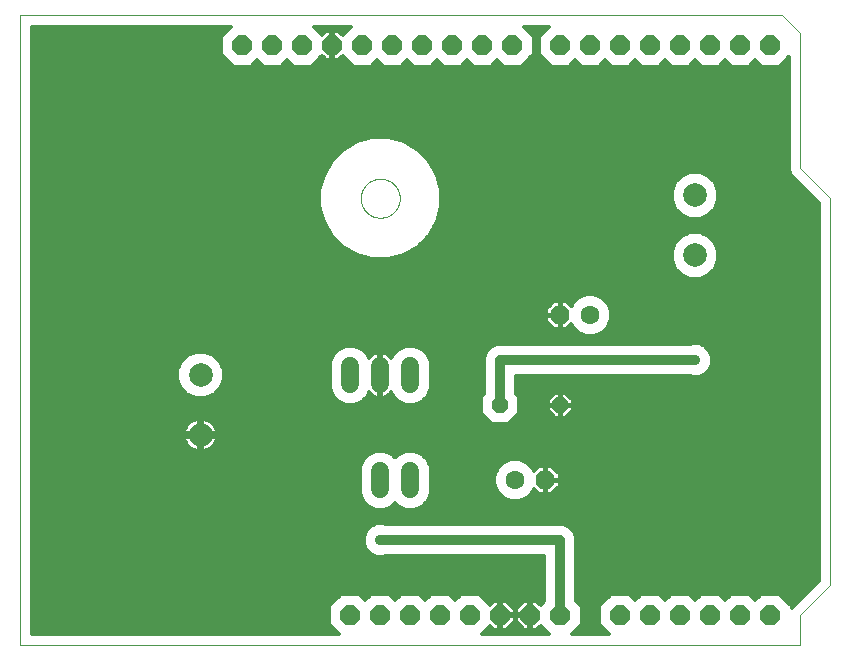
<source format=gbl>
G75*
%MOIN*%
%OFA0B0*%
%FSLAX25Y25*%
%IPPOS*%
%LPD*%
%AMOC8*
5,1,8,0,0,1.08239X$1,22.5*
%
%ADD10OC8,0.05200*%
%ADD11OC8,0.06300*%
%ADD12C,0.06300*%
%ADD13C,0.06000*%
%ADD14C,0.00000*%
%ADD15OC8,0.06600*%
%ADD16C,0.07874*%
%ADD17C,0.03562*%
%ADD18C,0.03200*%
%ADD19C,0.01200*%
D10*
X0165000Y0085000D03*
X0185000Y0085000D03*
D11*
X0180000Y0060000D03*
X0185000Y0115000D03*
D12*
X0195000Y0115000D03*
X0170000Y0060000D03*
D13*
X0135000Y0057000D02*
X0135000Y0063000D01*
X0125000Y0063000D02*
X0125000Y0057000D01*
X0125000Y0092000D02*
X0125000Y0098000D01*
X0135000Y0098000D02*
X0135000Y0092000D01*
X0115000Y0092000D02*
X0115000Y0098000D01*
D14*
X0005000Y0005000D02*
X0005000Y0215000D01*
X0259000Y0215000D01*
X0265000Y0209000D01*
X0265000Y0164000D01*
X0275000Y0154000D01*
X0275000Y0025000D01*
X0265000Y0015000D01*
X0265000Y0005000D01*
X0005000Y0005000D01*
X0118500Y0154000D02*
X0118502Y0154161D01*
X0118508Y0154321D01*
X0118518Y0154482D01*
X0118532Y0154642D01*
X0118550Y0154802D01*
X0118571Y0154961D01*
X0118597Y0155120D01*
X0118627Y0155278D01*
X0118660Y0155435D01*
X0118698Y0155592D01*
X0118739Y0155747D01*
X0118784Y0155901D01*
X0118833Y0156054D01*
X0118886Y0156206D01*
X0118942Y0156357D01*
X0119003Y0156506D01*
X0119066Y0156654D01*
X0119134Y0156800D01*
X0119205Y0156944D01*
X0119279Y0157086D01*
X0119357Y0157227D01*
X0119439Y0157365D01*
X0119524Y0157502D01*
X0119612Y0157636D01*
X0119704Y0157768D01*
X0119799Y0157898D01*
X0119897Y0158026D01*
X0119998Y0158151D01*
X0120102Y0158273D01*
X0120209Y0158393D01*
X0120319Y0158510D01*
X0120432Y0158625D01*
X0120548Y0158736D01*
X0120667Y0158845D01*
X0120788Y0158950D01*
X0120912Y0159053D01*
X0121038Y0159153D01*
X0121166Y0159249D01*
X0121297Y0159342D01*
X0121431Y0159432D01*
X0121566Y0159519D01*
X0121704Y0159602D01*
X0121843Y0159682D01*
X0121985Y0159758D01*
X0122128Y0159831D01*
X0122273Y0159900D01*
X0122420Y0159966D01*
X0122568Y0160028D01*
X0122718Y0160086D01*
X0122869Y0160141D01*
X0123022Y0160192D01*
X0123176Y0160239D01*
X0123331Y0160282D01*
X0123487Y0160321D01*
X0123643Y0160357D01*
X0123801Y0160388D01*
X0123959Y0160416D01*
X0124118Y0160440D01*
X0124278Y0160460D01*
X0124438Y0160476D01*
X0124598Y0160488D01*
X0124759Y0160496D01*
X0124920Y0160500D01*
X0125080Y0160500D01*
X0125241Y0160496D01*
X0125402Y0160488D01*
X0125562Y0160476D01*
X0125722Y0160460D01*
X0125882Y0160440D01*
X0126041Y0160416D01*
X0126199Y0160388D01*
X0126357Y0160357D01*
X0126513Y0160321D01*
X0126669Y0160282D01*
X0126824Y0160239D01*
X0126978Y0160192D01*
X0127131Y0160141D01*
X0127282Y0160086D01*
X0127432Y0160028D01*
X0127580Y0159966D01*
X0127727Y0159900D01*
X0127872Y0159831D01*
X0128015Y0159758D01*
X0128157Y0159682D01*
X0128296Y0159602D01*
X0128434Y0159519D01*
X0128569Y0159432D01*
X0128703Y0159342D01*
X0128834Y0159249D01*
X0128962Y0159153D01*
X0129088Y0159053D01*
X0129212Y0158950D01*
X0129333Y0158845D01*
X0129452Y0158736D01*
X0129568Y0158625D01*
X0129681Y0158510D01*
X0129791Y0158393D01*
X0129898Y0158273D01*
X0130002Y0158151D01*
X0130103Y0158026D01*
X0130201Y0157898D01*
X0130296Y0157768D01*
X0130388Y0157636D01*
X0130476Y0157502D01*
X0130561Y0157365D01*
X0130643Y0157227D01*
X0130721Y0157086D01*
X0130795Y0156944D01*
X0130866Y0156800D01*
X0130934Y0156654D01*
X0130997Y0156506D01*
X0131058Y0156357D01*
X0131114Y0156206D01*
X0131167Y0156054D01*
X0131216Y0155901D01*
X0131261Y0155747D01*
X0131302Y0155592D01*
X0131340Y0155435D01*
X0131373Y0155278D01*
X0131403Y0155120D01*
X0131429Y0154961D01*
X0131450Y0154802D01*
X0131468Y0154642D01*
X0131482Y0154482D01*
X0131492Y0154321D01*
X0131498Y0154161D01*
X0131500Y0154000D01*
X0131498Y0153839D01*
X0131492Y0153679D01*
X0131482Y0153518D01*
X0131468Y0153358D01*
X0131450Y0153198D01*
X0131429Y0153039D01*
X0131403Y0152880D01*
X0131373Y0152722D01*
X0131340Y0152565D01*
X0131302Y0152408D01*
X0131261Y0152253D01*
X0131216Y0152099D01*
X0131167Y0151946D01*
X0131114Y0151794D01*
X0131058Y0151643D01*
X0130997Y0151494D01*
X0130934Y0151346D01*
X0130866Y0151200D01*
X0130795Y0151056D01*
X0130721Y0150914D01*
X0130643Y0150773D01*
X0130561Y0150635D01*
X0130476Y0150498D01*
X0130388Y0150364D01*
X0130296Y0150232D01*
X0130201Y0150102D01*
X0130103Y0149974D01*
X0130002Y0149849D01*
X0129898Y0149727D01*
X0129791Y0149607D01*
X0129681Y0149490D01*
X0129568Y0149375D01*
X0129452Y0149264D01*
X0129333Y0149155D01*
X0129212Y0149050D01*
X0129088Y0148947D01*
X0128962Y0148847D01*
X0128834Y0148751D01*
X0128703Y0148658D01*
X0128569Y0148568D01*
X0128434Y0148481D01*
X0128296Y0148398D01*
X0128157Y0148318D01*
X0128015Y0148242D01*
X0127872Y0148169D01*
X0127727Y0148100D01*
X0127580Y0148034D01*
X0127432Y0147972D01*
X0127282Y0147914D01*
X0127131Y0147859D01*
X0126978Y0147808D01*
X0126824Y0147761D01*
X0126669Y0147718D01*
X0126513Y0147679D01*
X0126357Y0147643D01*
X0126199Y0147612D01*
X0126041Y0147584D01*
X0125882Y0147560D01*
X0125722Y0147540D01*
X0125562Y0147524D01*
X0125402Y0147512D01*
X0125241Y0147504D01*
X0125080Y0147500D01*
X0124920Y0147500D01*
X0124759Y0147504D01*
X0124598Y0147512D01*
X0124438Y0147524D01*
X0124278Y0147540D01*
X0124118Y0147560D01*
X0123959Y0147584D01*
X0123801Y0147612D01*
X0123643Y0147643D01*
X0123487Y0147679D01*
X0123331Y0147718D01*
X0123176Y0147761D01*
X0123022Y0147808D01*
X0122869Y0147859D01*
X0122718Y0147914D01*
X0122568Y0147972D01*
X0122420Y0148034D01*
X0122273Y0148100D01*
X0122128Y0148169D01*
X0121985Y0148242D01*
X0121843Y0148318D01*
X0121704Y0148398D01*
X0121566Y0148481D01*
X0121431Y0148568D01*
X0121297Y0148658D01*
X0121166Y0148751D01*
X0121038Y0148847D01*
X0120912Y0148947D01*
X0120788Y0149050D01*
X0120667Y0149155D01*
X0120548Y0149264D01*
X0120432Y0149375D01*
X0120319Y0149490D01*
X0120209Y0149607D01*
X0120102Y0149727D01*
X0119998Y0149849D01*
X0119897Y0149974D01*
X0119799Y0150102D01*
X0119704Y0150232D01*
X0119612Y0150364D01*
X0119524Y0150498D01*
X0119439Y0150635D01*
X0119357Y0150773D01*
X0119279Y0150914D01*
X0119205Y0151056D01*
X0119134Y0151200D01*
X0119066Y0151346D01*
X0119003Y0151494D01*
X0118942Y0151643D01*
X0118886Y0151794D01*
X0118833Y0151946D01*
X0118784Y0152099D01*
X0118739Y0152253D01*
X0118698Y0152408D01*
X0118660Y0152565D01*
X0118627Y0152722D01*
X0118597Y0152880D01*
X0118571Y0153039D01*
X0118550Y0153198D01*
X0118532Y0153358D01*
X0118518Y0153518D01*
X0118508Y0153679D01*
X0118502Y0153839D01*
X0118500Y0154000D01*
D15*
X0119000Y0205000D03*
X0129000Y0205000D03*
X0139000Y0205000D03*
X0149000Y0205000D03*
X0159000Y0205000D03*
X0169000Y0205000D03*
X0185000Y0205000D03*
X0195000Y0205000D03*
X0205000Y0205000D03*
X0215000Y0205000D03*
X0225000Y0205000D03*
X0235000Y0205000D03*
X0245000Y0205000D03*
X0255000Y0205000D03*
X0109000Y0205000D03*
X0099000Y0205000D03*
X0089000Y0205000D03*
X0079000Y0205000D03*
X0115000Y0015000D03*
X0125000Y0015000D03*
X0135000Y0015000D03*
X0145000Y0015000D03*
X0155000Y0015000D03*
X0165000Y0015000D03*
X0175000Y0015000D03*
X0185000Y0015000D03*
X0205000Y0015000D03*
X0215000Y0015000D03*
X0225000Y0015000D03*
X0235000Y0015000D03*
X0245000Y0015000D03*
X0255000Y0015000D03*
D16*
X0229902Y0134917D03*
X0229902Y0154917D03*
X0065098Y0095083D03*
X0065098Y0075083D03*
D17*
X0125000Y0040000D03*
X0230000Y0100000D03*
D18*
X0165000Y0100000D01*
X0165000Y0085000D01*
X0185000Y0040000D02*
X0125000Y0040000D01*
X0185000Y0040000D02*
X0185000Y0015000D01*
D19*
X0179600Y0019641D02*
X0178444Y0018485D01*
X0177030Y0019900D01*
X0175384Y0019900D01*
X0175384Y0015384D01*
X0174616Y0015384D01*
X0174616Y0014616D01*
X0175384Y0014616D01*
X0175384Y0010100D01*
X0177030Y0010100D01*
X0178444Y0011515D01*
X0181159Y0008800D01*
X0158841Y0008800D01*
X0161556Y0011515D01*
X0162970Y0010100D01*
X0164616Y0010100D01*
X0164616Y0014616D01*
X0165384Y0014616D01*
X0165384Y0010100D01*
X0167030Y0010100D01*
X0169900Y0012970D01*
X0169900Y0014616D01*
X0165384Y0014616D01*
X0165384Y0015384D01*
X0164616Y0015384D01*
X0164616Y0019900D01*
X0162970Y0019900D01*
X0161556Y0018485D01*
X0157941Y0022100D01*
X0152059Y0022100D01*
X0150000Y0020041D01*
X0147941Y0022100D01*
X0142059Y0022100D01*
X0140000Y0020041D01*
X0137941Y0022100D01*
X0132059Y0022100D01*
X0130000Y0020041D01*
X0127941Y0022100D01*
X0122059Y0022100D01*
X0120000Y0020041D01*
X0117941Y0022100D01*
X0112059Y0022100D01*
X0107900Y0017941D01*
X0107900Y0012059D01*
X0111159Y0008800D01*
X0008800Y0008800D01*
X0008800Y0211200D01*
X0075159Y0211200D01*
X0071900Y0207941D01*
X0071900Y0202059D01*
X0076059Y0197900D01*
X0081941Y0197900D01*
X0084000Y0199959D01*
X0086059Y0197900D01*
X0091941Y0197900D01*
X0094000Y0199959D01*
X0096059Y0197900D01*
X0101941Y0197900D01*
X0105556Y0201515D01*
X0106970Y0200100D01*
X0108616Y0200100D01*
X0108616Y0204616D01*
X0109384Y0204616D01*
X0109384Y0200100D01*
X0111030Y0200100D01*
X0112444Y0201515D01*
X0116059Y0197900D01*
X0121941Y0197900D01*
X0124000Y0199959D01*
X0126059Y0197900D01*
X0131941Y0197900D01*
X0134000Y0199959D01*
X0136059Y0197900D01*
X0141941Y0197900D01*
X0144000Y0199959D01*
X0146059Y0197900D01*
X0151941Y0197900D01*
X0154000Y0199959D01*
X0156059Y0197900D01*
X0161941Y0197900D01*
X0164000Y0199959D01*
X0166059Y0197900D01*
X0171941Y0197900D01*
X0176100Y0202059D01*
X0176100Y0207941D01*
X0172841Y0211200D01*
X0181159Y0211200D01*
X0177900Y0207941D01*
X0177900Y0202059D01*
X0182059Y0197900D01*
X0187941Y0197900D01*
X0190000Y0199959D01*
X0192059Y0197900D01*
X0197941Y0197900D01*
X0200000Y0199959D01*
X0202059Y0197900D01*
X0207941Y0197900D01*
X0210000Y0199959D01*
X0212059Y0197900D01*
X0217941Y0197900D01*
X0220000Y0199959D01*
X0222059Y0197900D01*
X0227941Y0197900D01*
X0230000Y0199959D01*
X0232059Y0197900D01*
X0237941Y0197900D01*
X0240000Y0199959D01*
X0242059Y0197900D01*
X0247941Y0197900D01*
X0250000Y0199959D01*
X0252059Y0197900D01*
X0257941Y0197900D01*
X0261200Y0201159D01*
X0261200Y0163244D01*
X0261779Y0161847D01*
X0262847Y0160779D01*
X0271200Y0152426D01*
X0271200Y0026574D01*
X0262100Y0017474D01*
X0262100Y0017941D01*
X0257941Y0022100D01*
X0252059Y0022100D01*
X0250000Y0020041D01*
X0247941Y0022100D01*
X0242059Y0022100D01*
X0240000Y0020041D01*
X0237941Y0022100D01*
X0232059Y0022100D01*
X0230000Y0020041D01*
X0227941Y0022100D01*
X0222059Y0022100D01*
X0220000Y0020041D01*
X0217941Y0022100D01*
X0212059Y0022100D01*
X0210000Y0020041D01*
X0207941Y0022100D01*
X0202059Y0022100D01*
X0197900Y0017941D01*
X0197900Y0012059D01*
X0201159Y0008800D01*
X0188841Y0008800D01*
X0192100Y0012059D01*
X0192100Y0017941D01*
X0190400Y0019641D01*
X0190400Y0041074D01*
X0189578Y0043059D01*
X0188059Y0044578D01*
X0186074Y0045400D01*
X0126547Y0045400D01*
X0126110Y0045581D01*
X0123890Y0045581D01*
X0121839Y0044731D01*
X0120269Y0043161D01*
X0119419Y0041110D01*
X0119419Y0038890D01*
X0120269Y0036839D01*
X0121839Y0035269D01*
X0123890Y0034419D01*
X0126110Y0034419D01*
X0126547Y0034600D01*
X0179600Y0034600D01*
X0179600Y0019641D01*
X0179600Y0019963D02*
X0160078Y0019963D01*
X0158880Y0021161D02*
X0179600Y0021161D01*
X0179600Y0022360D02*
X0008800Y0022360D01*
X0008800Y0023558D02*
X0179600Y0023558D01*
X0179600Y0024757D02*
X0008800Y0024757D01*
X0008800Y0025955D02*
X0179600Y0025955D01*
X0179600Y0027154D02*
X0008800Y0027154D01*
X0008800Y0028352D02*
X0179600Y0028352D01*
X0179600Y0029551D02*
X0008800Y0029551D01*
X0008800Y0030749D02*
X0179600Y0030749D01*
X0179600Y0031948D02*
X0008800Y0031948D01*
X0008800Y0033146D02*
X0179600Y0033146D01*
X0179600Y0034345D02*
X0008800Y0034345D01*
X0008800Y0035543D02*
X0121564Y0035543D01*
X0120365Y0036742D02*
X0008800Y0036742D01*
X0008800Y0037940D02*
X0119812Y0037940D01*
X0119419Y0039139D02*
X0008800Y0039139D01*
X0008800Y0040337D02*
X0119419Y0040337D01*
X0119595Y0041536D02*
X0008800Y0041536D01*
X0008800Y0042734D02*
X0120092Y0042734D01*
X0121040Y0043933D02*
X0008800Y0043933D01*
X0008800Y0045132D02*
X0122804Y0045132D01*
X0123647Y0050200D02*
X0121148Y0051235D01*
X0119235Y0053148D01*
X0118200Y0055647D01*
X0118200Y0064353D01*
X0119235Y0066852D01*
X0121148Y0068765D01*
X0123647Y0069800D01*
X0126353Y0069800D01*
X0128852Y0068765D01*
X0130000Y0067617D01*
X0131148Y0068765D01*
X0133647Y0069800D01*
X0136353Y0069800D01*
X0138852Y0068765D01*
X0140765Y0066852D01*
X0141800Y0064353D01*
X0141800Y0055647D01*
X0140765Y0053148D01*
X0138852Y0051235D01*
X0136353Y0050200D01*
X0133647Y0050200D01*
X0131148Y0051235D01*
X0130000Y0052383D01*
X0128852Y0051235D01*
X0126353Y0050200D01*
X0123647Y0050200D01*
X0121416Y0051124D02*
X0008800Y0051124D01*
X0008800Y0049926D02*
X0271200Y0049926D01*
X0271200Y0051124D02*
X0138584Y0051124D01*
X0139939Y0052323D02*
X0271200Y0052323D01*
X0271200Y0053521D02*
X0172520Y0053521D01*
X0171382Y0053050D02*
X0173937Y0054108D01*
X0175892Y0056063D01*
X0176281Y0057002D01*
X0178032Y0055250D01*
X0179800Y0055250D01*
X0179800Y0059800D01*
X0180200Y0059800D01*
X0180200Y0060200D01*
X0184750Y0060200D01*
X0184750Y0061968D01*
X0181968Y0064750D01*
X0180200Y0064750D01*
X0180200Y0060200D01*
X0179800Y0060200D01*
X0179800Y0064750D01*
X0178032Y0064750D01*
X0176281Y0062998D01*
X0175892Y0063937D01*
X0173937Y0065892D01*
X0171382Y0066950D01*
X0168618Y0066950D01*
X0166063Y0065892D01*
X0164108Y0063937D01*
X0163050Y0061382D01*
X0163050Y0058618D01*
X0164108Y0056063D01*
X0166063Y0054108D01*
X0168618Y0053050D01*
X0171382Y0053050D01*
X0167480Y0053521D02*
X0140919Y0053521D01*
X0141416Y0054720D02*
X0165452Y0054720D01*
X0164253Y0055918D02*
X0141800Y0055918D01*
X0141800Y0057117D02*
X0163672Y0057117D01*
X0163175Y0058315D02*
X0141800Y0058315D01*
X0141800Y0059514D02*
X0163050Y0059514D01*
X0163050Y0060712D02*
X0141800Y0060712D01*
X0141800Y0061911D02*
X0163269Y0061911D01*
X0163765Y0063109D02*
X0141800Y0063109D01*
X0141800Y0064308D02*
X0164479Y0064308D01*
X0165677Y0065506D02*
X0141322Y0065506D01*
X0140826Y0066705D02*
X0168025Y0066705D01*
X0171975Y0066705D02*
X0271200Y0066705D01*
X0271200Y0067903D02*
X0139713Y0067903D01*
X0138038Y0069102D02*
X0271200Y0069102D01*
X0271200Y0070300D02*
X0067908Y0070300D01*
X0068000Y0070347D02*
X0068706Y0070860D01*
X0069322Y0071476D01*
X0069834Y0072181D01*
X0070230Y0072958D01*
X0070499Y0073786D01*
X0070609Y0074483D01*
X0065698Y0074483D01*
X0065698Y0069572D01*
X0066395Y0069682D01*
X0067224Y0069952D01*
X0068000Y0070347D01*
X0069338Y0071499D02*
X0271200Y0071499D01*
X0271200Y0072697D02*
X0070097Y0072697D01*
X0070516Y0073896D02*
X0271200Y0073896D01*
X0271200Y0075094D02*
X0065698Y0075094D01*
X0065698Y0075683D02*
X0070609Y0075683D01*
X0070499Y0076380D01*
X0070230Y0077209D01*
X0069834Y0077985D01*
X0069322Y0078690D01*
X0162259Y0078690D01*
X0162349Y0078600D02*
X0167651Y0078600D01*
X0171400Y0082349D01*
X0171400Y0087651D01*
X0170400Y0088651D01*
X0170400Y0094600D01*
X0228453Y0094600D01*
X0228890Y0094419D01*
X0231110Y0094419D01*
X0233161Y0095269D01*
X0234731Y0096839D01*
X0235581Y0098890D01*
X0235581Y0101110D01*
X0234731Y0103161D01*
X0233161Y0104731D01*
X0231110Y0105581D01*
X0228890Y0105581D01*
X0228453Y0105400D01*
X0163926Y0105400D01*
X0161941Y0104578D01*
X0160422Y0103059D01*
X0159600Y0101074D01*
X0159600Y0088651D01*
X0158600Y0087651D01*
X0158600Y0082349D01*
X0162349Y0078600D01*
X0161061Y0079888D02*
X0067864Y0079888D01*
X0068000Y0079819D02*
X0067224Y0080214D01*
X0066395Y0080484D01*
X0065698Y0080594D01*
X0065698Y0075683D01*
X0064498Y0075683D01*
X0064498Y0074483D01*
X0059587Y0074483D01*
X0059698Y0073786D01*
X0059967Y0072958D01*
X0060363Y0072181D01*
X0060875Y0071476D01*
X0061491Y0070860D01*
X0062196Y0070347D01*
X0062973Y0069952D01*
X0063802Y0069682D01*
X0064498Y0069572D01*
X0064498Y0074483D01*
X0065698Y0074483D01*
X0065698Y0075683D01*
X0065698Y0076293D02*
X0064498Y0076293D01*
X0064498Y0075683D02*
X0064498Y0080594D01*
X0063802Y0080484D01*
X0062973Y0080214D01*
X0062196Y0079819D01*
X0061491Y0079306D01*
X0060875Y0078690D01*
X0060363Y0077985D01*
X0059967Y0077209D01*
X0059698Y0076380D01*
X0059587Y0075683D01*
X0064498Y0075683D01*
X0064498Y0075094D02*
X0008800Y0075094D01*
X0008800Y0073896D02*
X0059680Y0073896D01*
X0060100Y0072697D02*
X0008800Y0072697D01*
X0008800Y0071499D02*
X0060858Y0071499D01*
X0062289Y0070300D02*
X0008800Y0070300D01*
X0008800Y0069102D02*
X0121962Y0069102D01*
X0120287Y0067903D02*
X0008800Y0067903D01*
X0008800Y0066705D02*
X0119174Y0066705D01*
X0118678Y0065506D02*
X0008800Y0065506D01*
X0008800Y0064308D02*
X0118200Y0064308D01*
X0118200Y0063109D02*
X0008800Y0063109D01*
X0008800Y0061911D02*
X0118200Y0061911D01*
X0118200Y0060712D02*
X0008800Y0060712D01*
X0008800Y0059514D02*
X0118200Y0059514D01*
X0118200Y0058315D02*
X0008800Y0058315D01*
X0008800Y0057117D02*
X0118200Y0057117D01*
X0118200Y0055918D02*
X0008800Y0055918D01*
X0008800Y0054720D02*
X0118584Y0054720D01*
X0119081Y0053521D02*
X0008800Y0053521D01*
X0008800Y0052323D02*
X0120061Y0052323D01*
X0128584Y0051124D02*
X0131416Y0051124D01*
X0130061Y0052323D02*
X0129939Y0052323D01*
X0129713Y0067903D02*
X0130287Y0067903D01*
X0131962Y0069102D02*
X0128038Y0069102D01*
X0133647Y0085200D02*
X0131148Y0086235D01*
X0129235Y0088148D01*
X0128746Y0089330D01*
X0128509Y0089003D01*
X0127997Y0088491D01*
X0127411Y0088066D01*
X0126766Y0087737D01*
X0126077Y0087513D01*
X0125400Y0087406D01*
X0125400Y0094600D01*
X0124600Y0094600D01*
X0124600Y0087406D01*
X0123923Y0087513D01*
X0123234Y0087737D01*
X0122589Y0088066D01*
X0122003Y0088491D01*
X0121491Y0089003D01*
X0121254Y0089330D01*
X0120765Y0088148D01*
X0118852Y0086235D01*
X0116353Y0085200D01*
X0113647Y0085200D01*
X0111148Y0086235D01*
X0109235Y0088148D01*
X0108200Y0090647D01*
X0108200Y0099353D01*
X0109235Y0101852D01*
X0111148Y0103765D01*
X0113647Y0104800D01*
X0116353Y0104800D01*
X0118852Y0103765D01*
X0120765Y0101852D01*
X0121254Y0100670D01*
X0121491Y0100997D01*
X0122003Y0101509D01*
X0122589Y0101934D01*
X0123234Y0102263D01*
X0123923Y0102487D01*
X0124600Y0102594D01*
X0124600Y0095400D01*
X0125400Y0095400D01*
X0125400Y0102594D01*
X0126077Y0102487D01*
X0126766Y0102263D01*
X0127411Y0101934D01*
X0127997Y0101509D01*
X0128509Y0100997D01*
X0128746Y0100670D01*
X0129235Y0101852D01*
X0131148Y0103765D01*
X0133647Y0104800D01*
X0136353Y0104800D01*
X0138852Y0103765D01*
X0140765Y0101852D01*
X0141800Y0099353D01*
X0141800Y0090647D01*
X0140765Y0088148D01*
X0138852Y0086235D01*
X0136353Y0085200D01*
X0133647Y0085200D01*
X0132004Y0085881D02*
X0117996Y0085881D01*
X0119696Y0087079D02*
X0130304Y0087079D01*
X0129181Y0088278D02*
X0127703Y0088278D01*
X0125400Y0088278D02*
X0124600Y0088278D01*
X0124600Y0089476D02*
X0125400Y0089476D01*
X0125400Y0090675D02*
X0124600Y0090675D01*
X0124600Y0091873D02*
X0125400Y0091873D01*
X0125400Y0093072D02*
X0124600Y0093072D01*
X0124600Y0094270D02*
X0125400Y0094270D01*
X0125400Y0095469D02*
X0124600Y0095469D01*
X0124600Y0096668D02*
X0125400Y0096668D01*
X0125400Y0097866D02*
X0124600Y0097866D01*
X0124600Y0099065D02*
X0125400Y0099065D01*
X0125400Y0100263D02*
X0124600Y0100263D01*
X0124600Y0101462D02*
X0125400Y0101462D01*
X0128044Y0101462D02*
X0129074Y0101462D01*
X0130043Y0102660D02*
X0119957Y0102660D01*
X0120926Y0101462D02*
X0121956Y0101462D01*
X0118625Y0103859D02*
X0131375Y0103859D01*
X0138625Y0103859D02*
X0161222Y0103859D01*
X0160257Y0102660D02*
X0139957Y0102660D01*
X0140926Y0101462D02*
X0159760Y0101462D01*
X0159600Y0100263D02*
X0141423Y0100263D01*
X0141800Y0099065D02*
X0159600Y0099065D01*
X0159600Y0097866D02*
X0141800Y0097866D01*
X0141800Y0096668D02*
X0159600Y0096668D01*
X0159600Y0095469D02*
X0141800Y0095469D01*
X0141800Y0094270D02*
X0159600Y0094270D01*
X0159600Y0093072D02*
X0141800Y0093072D01*
X0141800Y0091873D02*
X0159600Y0091873D01*
X0159600Y0090675D02*
X0141800Y0090675D01*
X0141315Y0089476D02*
X0159600Y0089476D01*
X0159227Y0088278D02*
X0140819Y0088278D01*
X0139696Y0087079D02*
X0158600Y0087079D01*
X0158600Y0085881D02*
X0137996Y0085881D01*
X0122297Y0088278D02*
X0120819Y0088278D01*
X0112004Y0085881D02*
X0008800Y0085881D01*
X0008800Y0087079D02*
X0110304Y0087079D01*
X0109181Y0088278D02*
X0068887Y0088278D01*
X0069481Y0088524D02*
X0066637Y0087346D01*
X0063559Y0087346D01*
X0060716Y0088524D01*
X0058539Y0090700D01*
X0057361Y0093544D01*
X0057361Y0096622D01*
X0058539Y0099466D01*
X0060716Y0101642D01*
X0063559Y0102820D01*
X0066637Y0102820D01*
X0069481Y0101642D01*
X0071658Y0099466D01*
X0072835Y0096622D01*
X0072835Y0093544D01*
X0071658Y0090700D01*
X0069481Y0088524D01*
X0070434Y0089476D02*
X0108685Y0089476D01*
X0108200Y0090675D02*
X0071632Y0090675D01*
X0072143Y0091873D02*
X0108200Y0091873D01*
X0108200Y0093072D02*
X0072640Y0093072D01*
X0072835Y0094270D02*
X0108200Y0094270D01*
X0108200Y0095469D02*
X0072835Y0095469D01*
X0072817Y0096668D02*
X0108200Y0096668D01*
X0108200Y0097866D02*
X0072320Y0097866D01*
X0071824Y0099065D02*
X0108200Y0099065D01*
X0108577Y0100263D02*
X0070860Y0100263D01*
X0069662Y0101462D02*
X0109074Y0101462D01*
X0110043Y0102660D02*
X0067024Y0102660D01*
X0063173Y0102660D02*
X0008800Y0102660D01*
X0008800Y0101462D02*
X0060535Y0101462D01*
X0059337Y0100263D02*
X0008800Y0100263D01*
X0008800Y0099065D02*
X0058373Y0099065D01*
X0057877Y0097866D02*
X0008800Y0097866D01*
X0008800Y0096668D02*
X0057380Y0096668D01*
X0057361Y0095469D02*
X0008800Y0095469D01*
X0008800Y0094270D02*
X0057361Y0094270D01*
X0057557Y0093072D02*
X0008800Y0093072D01*
X0008800Y0091873D02*
X0058053Y0091873D01*
X0058565Y0090675D02*
X0008800Y0090675D01*
X0008800Y0089476D02*
X0059763Y0089476D01*
X0061310Y0088278D02*
X0008800Y0088278D01*
X0008800Y0084682D02*
X0158600Y0084682D01*
X0158600Y0083484D02*
X0008800Y0083484D01*
X0008800Y0082285D02*
X0158664Y0082285D01*
X0159862Y0081087D02*
X0008800Y0081087D01*
X0008800Y0079888D02*
X0062333Y0079888D01*
X0060875Y0078690D02*
X0008800Y0078690D01*
X0008800Y0077491D02*
X0060111Y0077491D01*
X0059684Y0076293D02*
X0008800Y0076293D01*
X0008800Y0103859D02*
X0111375Y0103859D01*
X0121875Y0133821D02*
X0008800Y0133821D01*
X0008800Y0132623D02*
X0222477Y0132623D01*
X0222165Y0133378D02*
X0223342Y0130534D01*
X0225519Y0128358D01*
X0228363Y0127180D01*
X0231441Y0127180D01*
X0234284Y0128358D01*
X0236461Y0130534D01*
X0237639Y0133378D01*
X0237639Y0136456D01*
X0236461Y0139300D01*
X0234284Y0141476D01*
X0231441Y0142654D01*
X0228363Y0142654D01*
X0225519Y0141476D01*
X0223342Y0139300D01*
X0222165Y0136456D01*
X0222165Y0133378D01*
X0222165Y0133821D02*
X0128125Y0133821D01*
X0127673Y0133700D02*
X0132836Y0135083D01*
X0137464Y0137756D01*
X0141244Y0141536D01*
X0143917Y0146164D01*
X0145300Y0151327D01*
X0145300Y0156673D01*
X0143917Y0161836D01*
X0141244Y0166464D01*
X0137464Y0170244D01*
X0132836Y0172917D01*
X0127673Y0174300D01*
X0122327Y0174300D01*
X0117164Y0172917D01*
X0112536Y0170244D01*
X0108756Y0166464D01*
X0106083Y0161836D01*
X0104700Y0156673D01*
X0104700Y0151327D01*
X0106083Y0146164D01*
X0108756Y0141536D01*
X0112536Y0137756D01*
X0117164Y0135083D01*
X0122327Y0133700D01*
X0127673Y0133700D01*
X0132598Y0135020D02*
X0222165Y0135020D01*
X0222165Y0136218D02*
X0134801Y0136218D01*
X0136877Y0137417D02*
X0222563Y0137417D01*
X0223059Y0138615D02*
X0138324Y0138615D01*
X0139522Y0139814D02*
X0223857Y0139814D01*
X0225055Y0141012D02*
X0140721Y0141012D01*
X0141634Y0142211D02*
X0227293Y0142211D01*
X0228363Y0147180D02*
X0231441Y0147180D01*
X0234284Y0148358D01*
X0236461Y0150534D01*
X0237639Y0153378D01*
X0237639Y0156456D01*
X0236461Y0159300D01*
X0234284Y0161476D01*
X0231441Y0162654D01*
X0228363Y0162654D01*
X0225519Y0161476D01*
X0223342Y0159300D01*
X0222165Y0156456D01*
X0222165Y0153378D01*
X0223342Y0150534D01*
X0225519Y0148358D01*
X0228363Y0147180D01*
X0225891Y0148203D02*
X0144463Y0148203D01*
X0144142Y0147005D02*
X0271200Y0147005D01*
X0271200Y0148203D02*
X0233912Y0148203D01*
X0235328Y0149402D02*
X0271200Y0149402D01*
X0271200Y0150601D02*
X0236488Y0150601D01*
X0236985Y0151799D02*
X0271200Y0151799D01*
X0270628Y0152998D02*
X0237481Y0152998D01*
X0237639Y0154196D02*
X0269430Y0154196D01*
X0268231Y0155395D02*
X0237639Y0155395D01*
X0237582Y0156593D02*
X0267033Y0156593D01*
X0265834Y0157792D02*
X0237085Y0157792D01*
X0236589Y0158990D02*
X0264636Y0158990D01*
X0263437Y0160189D02*
X0235572Y0160189D01*
X0234373Y0161387D02*
X0262239Y0161387D01*
X0261473Y0162586D02*
X0231605Y0162586D01*
X0228198Y0162586D02*
X0143483Y0162586D01*
X0144037Y0161387D02*
X0225430Y0161387D01*
X0224231Y0160189D02*
X0144358Y0160189D01*
X0144679Y0158990D02*
X0223214Y0158990D01*
X0222718Y0157792D02*
X0145000Y0157792D01*
X0145300Y0156593D02*
X0222221Y0156593D01*
X0222165Y0155395D02*
X0145300Y0155395D01*
X0145300Y0154196D02*
X0222165Y0154196D01*
X0222322Y0152998D02*
X0145300Y0152998D01*
X0145300Y0151799D02*
X0222819Y0151799D01*
X0223315Y0150601D02*
X0145105Y0150601D01*
X0144784Y0149402D02*
X0224475Y0149402D01*
X0232510Y0142211D02*
X0271200Y0142211D01*
X0271200Y0143409D02*
X0142326Y0143409D01*
X0143018Y0144608D02*
X0271200Y0144608D01*
X0271200Y0145806D02*
X0143710Y0145806D01*
X0142792Y0163784D02*
X0261200Y0163784D01*
X0261200Y0164983D02*
X0142100Y0164983D01*
X0141408Y0166181D02*
X0261200Y0166181D01*
X0261200Y0167380D02*
X0140329Y0167380D01*
X0139130Y0168578D02*
X0261200Y0168578D01*
X0261200Y0169777D02*
X0137932Y0169777D01*
X0136198Y0170975D02*
X0261200Y0170975D01*
X0261200Y0172174D02*
X0134122Y0172174D01*
X0131135Y0173372D02*
X0261200Y0173372D01*
X0261200Y0174571D02*
X0008800Y0174571D01*
X0008800Y0175769D02*
X0261200Y0175769D01*
X0261200Y0176968D02*
X0008800Y0176968D01*
X0008800Y0178166D02*
X0261200Y0178166D01*
X0261200Y0179365D02*
X0008800Y0179365D01*
X0008800Y0180563D02*
X0261200Y0180563D01*
X0261200Y0181762D02*
X0008800Y0181762D01*
X0008800Y0182960D02*
X0261200Y0182960D01*
X0261200Y0184159D02*
X0008800Y0184159D01*
X0008800Y0185357D02*
X0261200Y0185357D01*
X0261200Y0186556D02*
X0008800Y0186556D01*
X0008800Y0187754D02*
X0261200Y0187754D01*
X0261200Y0188953D02*
X0008800Y0188953D01*
X0008800Y0190151D02*
X0261200Y0190151D01*
X0261200Y0191350D02*
X0008800Y0191350D01*
X0008800Y0192548D02*
X0261200Y0192548D01*
X0261200Y0193747D02*
X0008800Y0193747D01*
X0008800Y0194945D02*
X0261200Y0194945D01*
X0261200Y0196144D02*
X0008800Y0196144D01*
X0008800Y0197342D02*
X0261200Y0197342D01*
X0261200Y0198541D02*
X0258582Y0198541D01*
X0259780Y0199739D02*
X0261200Y0199739D01*
X0261200Y0200938D02*
X0260979Y0200938D01*
X0251418Y0198541D02*
X0248582Y0198541D01*
X0249780Y0199739D02*
X0250220Y0199739D01*
X0241418Y0198541D02*
X0238582Y0198541D01*
X0239780Y0199739D02*
X0240220Y0199739D01*
X0231418Y0198541D02*
X0228582Y0198541D01*
X0229780Y0199739D02*
X0230220Y0199739D01*
X0221418Y0198541D02*
X0218582Y0198541D01*
X0219780Y0199739D02*
X0220220Y0199739D01*
X0211418Y0198541D02*
X0208582Y0198541D01*
X0209780Y0199739D02*
X0210220Y0199739D01*
X0201418Y0198541D02*
X0198582Y0198541D01*
X0199780Y0199739D02*
X0200220Y0199739D01*
X0191418Y0198541D02*
X0188582Y0198541D01*
X0189780Y0199739D02*
X0190220Y0199739D01*
X0181418Y0198541D02*
X0172582Y0198541D01*
X0173780Y0199739D02*
X0180220Y0199739D01*
X0179021Y0200938D02*
X0174979Y0200938D01*
X0176100Y0202137D02*
X0177900Y0202137D01*
X0177900Y0203335D02*
X0176100Y0203335D01*
X0176100Y0204534D02*
X0177900Y0204534D01*
X0177900Y0205732D02*
X0176100Y0205732D01*
X0176100Y0206931D02*
X0177900Y0206931D01*
X0178088Y0208129D02*
X0175912Y0208129D01*
X0174713Y0209328D02*
X0179287Y0209328D01*
X0180485Y0210526D02*
X0173515Y0210526D01*
X0164220Y0199739D02*
X0163780Y0199739D01*
X0162582Y0198541D02*
X0165418Y0198541D01*
X0155418Y0198541D02*
X0152582Y0198541D01*
X0153780Y0199739D02*
X0154220Y0199739D01*
X0145418Y0198541D02*
X0142582Y0198541D01*
X0143780Y0199739D02*
X0144220Y0199739D01*
X0135418Y0198541D02*
X0132582Y0198541D01*
X0133780Y0199739D02*
X0134220Y0199739D01*
X0125418Y0198541D02*
X0122582Y0198541D01*
X0123780Y0199739D02*
X0124220Y0199739D01*
X0115418Y0198541D02*
X0102582Y0198541D01*
X0103780Y0199739D02*
X0114220Y0199739D01*
X0113021Y0200938D02*
X0111868Y0200938D01*
X0109384Y0200938D02*
X0108616Y0200938D01*
X0108616Y0202137D02*
X0109384Y0202137D01*
X0109384Y0203335D02*
X0108616Y0203335D01*
X0108616Y0204534D02*
X0109384Y0204534D01*
X0109384Y0205384D02*
X0108616Y0205384D01*
X0108616Y0209900D01*
X0106970Y0209900D01*
X0105556Y0208485D01*
X0102841Y0211200D01*
X0115159Y0211200D01*
X0112444Y0208485D01*
X0111030Y0209900D01*
X0109384Y0209900D01*
X0109384Y0205384D01*
X0109384Y0205732D02*
X0108616Y0205732D01*
X0108616Y0206931D02*
X0109384Y0206931D01*
X0109384Y0208129D02*
X0108616Y0208129D01*
X0108616Y0209328D02*
X0109384Y0209328D01*
X0111602Y0209328D02*
X0113287Y0209328D01*
X0114485Y0210526D02*
X0103515Y0210526D01*
X0104713Y0209328D02*
X0106398Y0209328D01*
X0106132Y0200938D02*
X0104979Y0200938D01*
X0095418Y0198541D02*
X0092582Y0198541D01*
X0093780Y0199739D02*
X0094220Y0199739D01*
X0085418Y0198541D02*
X0082582Y0198541D01*
X0083780Y0199739D02*
X0084220Y0199739D01*
X0075418Y0198541D02*
X0008800Y0198541D01*
X0008800Y0199739D02*
X0074220Y0199739D01*
X0073021Y0200938D02*
X0008800Y0200938D01*
X0008800Y0202137D02*
X0071900Y0202137D01*
X0071900Y0203335D02*
X0008800Y0203335D01*
X0008800Y0204534D02*
X0071900Y0204534D01*
X0071900Y0205732D02*
X0008800Y0205732D01*
X0008800Y0206931D02*
X0071900Y0206931D01*
X0072088Y0208129D02*
X0008800Y0208129D01*
X0008800Y0209328D02*
X0073287Y0209328D01*
X0074485Y0210526D02*
X0008800Y0210526D01*
X0008800Y0173372D02*
X0118865Y0173372D01*
X0115878Y0172174D02*
X0008800Y0172174D01*
X0008800Y0170975D02*
X0113802Y0170975D01*
X0112068Y0169777D02*
X0008800Y0169777D01*
X0008800Y0168578D02*
X0110870Y0168578D01*
X0109671Y0167380D02*
X0008800Y0167380D01*
X0008800Y0166181D02*
X0108592Y0166181D01*
X0107900Y0164983D02*
X0008800Y0164983D01*
X0008800Y0163784D02*
X0107208Y0163784D01*
X0106517Y0162586D02*
X0008800Y0162586D01*
X0008800Y0161387D02*
X0105963Y0161387D01*
X0105642Y0160189D02*
X0008800Y0160189D01*
X0008800Y0158990D02*
X0105321Y0158990D01*
X0105000Y0157792D02*
X0008800Y0157792D01*
X0008800Y0156593D02*
X0104700Y0156593D01*
X0104700Y0155395D02*
X0008800Y0155395D01*
X0008800Y0154196D02*
X0104700Y0154196D01*
X0104700Y0152998D02*
X0008800Y0152998D01*
X0008800Y0151799D02*
X0104700Y0151799D01*
X0104895Y0150601D02*
X0008800Y0150601D01*
X0008800Y0149402D02*
X0105216Y0149402D01*
X0105537Y0148203D02*
X0008800Y0148203D01*
X0008800Y0147005D02*
X0105858Y0147005D01*
X0106290Y0145806D02*
X0008800Y0145806D01*
X0008800Y0144608D02*
X0106982Y0144608D01*
X0107674Y0143409D02*
X0008800Y0143409D01*
X0008800Y0142211D02*
X0108366Y0142211D01*
X0109279Y0141012D02*
X0008800Y0141012D01*
X0008800Y0139814D02*
X0110478Y0139814D01*
X0111676Y0138615D02*
X0008800Y0138615D01*
X0008800Y0137417D02*
X0113123Y0137417D01*
X0115199Y0136218D02*
X0008800Y0136218D01*
X0008800Y0135020D02*
X0117402Y0135020D01*
X0163098Y0105057D02*
X0008800Y0105057D01*
X0008800Y0106256D02*
X0271200Y0106256D01*
X0271200Y0107454D02*
X0008800Y0107454D01*
X0008800Y0108653D02*
X0192163Y0108653D01*
X0191063Y0109108D02*
X0193618Y0108050D01*
X0196382Y0108050D01*
X0198937Y0109108D01*
X0200892Y0111063D01*
X0201950Y0113618D01*
X0201950Y0116382D01*
X0200892Y0118937D01*
X0198937Y0120892D01*
X0196382Y0121950D01*
X0193618Y0121950D01*
X0191063Y0120892D01*
X0189108Y0118937D01*
X0188719Y0117998D01*
X0186968Y0119750D01*
X0185200Y0119750D01*
X0185200Y0115200D01*
X0184800Y0115200D01*
X0184800Y0119750D01*
X0183032Y0119750D01*
X0180250Y0116968D01*
X0180250Y0115200D01*
X0184800Y0115200D01*
X0184800Y0114800D01*
X0185200Y0114800D01*
X0185200Y0110250D01*
X0186968Y0110250D01*
X0188719Y0112002D01*
X0189108Y0111063D01*
X0191063Y0109108D01*
X0190320Y0109851D02*
X0008800Y0109851D01*
X0008800Y0111050D02*
X0182233Y0111050D01*
X0183032Y0110250D02*
X0180250Y0113032D01*
X0180250Y0114800D01*
X0184800Y0114800D01*
X0184800Y0110250D01*
X0183032Y0110250D01*
X0184800Y0111050D02*
X0185200Y0111050D01*
X0185200Y0112248D02*
X0184800Y0112248D01*
X0184800Y0113447D02*
X0185200Y0113447D01*
X0185200Y0114645D02*
X0184800Y0114645D01*
X0184800Y0115844D02*
X0185200Y0115844D01*
X0185200Y0117042D02*
X0184800Y0117042D01*
X0184800Y0118241D02*
X0185200Y0118241D01*
X0185200Y0119439D02*
X0184800Y0119439D01*
X0182722Y0119439D02*
X0008800Y0119439D01*
X0008800Y0118241D02*
X0181523Y0118241D01*
X0180325Y0117042D02*
X0008800Y0117042D01*
X0008800Y0115844D02*
X0180250Y0115844D01*
X0180250Y0114645D02*
X0008800Y0114645D01*
X0008800Y0113447D02*
X0180250Y0113447D01*
X0181034Y0112248D02*
X0008800Y0112248D01*
X0008800Y0120638D02*
X0190809Y0120638D01*
X0189610Y0119439D02*
X0187278Y0119439D01*
X0188477Y0118241D02*
X0188820Y0118241D01*
X0193343Y0121836D02*
X0008800Y0121836D01*
X0008800Y0123035D02*
X0271200Y0123035D01*
X0271200Y0124233D02*
X0008800Y0124233D01*
X0008800Y0125432D02*
X0271200Y0125432D01*
X0271200Y0126630D02*
X0008800Y0126630D01*
X0008800Y0127829D02*
X0226796Y0127829D01*
X0224849Y0129027D02*
X0008800Y0129027D01*
X0008800Y0130226D02*
X0223651Y0130226D01*
X0222974Y0131424D02*
X0008800Y0131424D01*
X0064498Y0079888D02*
X0065698Y0079888D01*
X0065698Y0078690D02*
X0064498Y0078690D01*
X0064498Y0077491D02*
X0065698Y0077491D01*
X0068000Y0079819D02*
X0068706Y0079306D01*
X0069322Y0078690D01*
X0070086Y0077491D02*
X0271200Y0077491D01*
X0271200Y0076293D02*
X0070513Y0076293D01*
X0065698Y0073896D02*
X0064498Y0073896D01*
X0064498Y0072697D02*
X0065698Y0072697D01*
X0065698Y0071499D02*
X0064498Y0071499D01*
X0064498Y0070300D02*
X0065698Y0070300D01*
X0008800Y0048727D02*
X0271200Y0048727D01*
X0271200Y0047529D02*
X0008800Y0047529D01*
X0008800Y0046330D02*
X0271200Y0046330D01*
X0271200Y0045132D02*
X0186722Y0045132D01*
X0188704Y0043933D02*
X0271200Y0043933D01*
X0271200Y0042734D02*
X0189712Y0042734D01*
X0190209Y0041536D02*
X0271200Y0041536D01*
X0271200Y0040337D02*
X0190400Y0040337D01*
X0190400Y0039139D02*
X0271200Y0039139D01*
X0271200Y0037940D02*
X0190400Y0037940D01*
X0190400Y0036742D02*
X0271200Y0036742D01*
X0271200Y0035543D02*
X0190400Y0035543D01*
X0190400Y0034345D02*
X0271200Y0034345D01*
X0271200Y0033146D02*
X0190400Y0033146D01*
X0190400Y0031948D02*
X0271200Y0031948D01*
X0271200Y0030749D02*
X0190400Y0030749D01*
X0190400Y0029551D02*
X0271200Y0029551D01*
X0271200Y0028352D02*
X0190400Y0028352D01*
X0190400Y0027154D02*
X0271200Y0027154D01*
X0270581Y0025955D02*
X0190400Y0025955D01*
X0190400Y0024757D02*
X0269383Y0024757D01*
X0268184Y0023558D02*
X0190400Y0023558D01*
X0190400Y0022360D02*
X0266986Y0022360D01*
X0265787Y0021161D02*
X0258880Y0021161D01*
X0260078Y0019963D02*
X0264589Y0019963D01*
X0263390Y0018764D02*
X0261277Y0018764D01*
X0262100Y0017566D02*
X0262192Y0017566D01*
X0251120Y0021161D02*
X0248880Y0021161D01*
X0241120Y0021161D02*
X0238880Y0021161D01*
X0231120Y0021161D02*
X0228880Y0021161D01*
X0221120Y0021161D02*
X0218880Y0021161D01*
X0211120Y0021161D02*
X0208880Y0021161D01*
X0201120Y0021161D02*
X0190400Y0021161D01*
X0190400Y0019963D02*
X0199922Y0019963D01*
X0198723Y0018764D02*
X0191277Y0018764D01*
X0192100Y0017566D02*
X0197900Y0017566D01*
X0197900Y0016367D02*
X0192100Y0016367D01*
X0192100Y0015169D02*
X0197900Y0015169D01*
X0197900Y0013970D02*
X0192100Y0013970D01*
X0192100Y0012772D02*
X0197900Y0012772D01*
X0198386Y0011573D02*
X0191614Y0011573D01*
X0190416Y0010375D02*
X0199584Y0010375D01*
X0200783Y0009176D02*
X0189217Y0009176D01*
X0180783Y0009176D02*
X0159217Y0009176D01*
X0160416Y0010375D02*
X0162696Y0010375D01*
X0164616Y0010375D02*
X0165384Y0010375D01*
X0165384Y0011573D02*
X0164616Y0011573D01*
X0164616Y0012772D02*
X0165384Y0012772D01*
X0165384Y0013970D02*
X0164616Y0013970D01*
X0165384Y0015169D02*
X0174616Y0015169D01*
X0174616Y0015384D02*
X0170100Y0015384D01*
X0170100Y0017030D01*
X0172970Y0019900D01*
X0174616Y0019900D01*
X0174616Y0015384D01*
X0174616Y0014616D02*
X0170100Y0014616D01*
X0170100Y0012970D01*
X0172970Y0010100D01*
X0174616Y0010100D01*
X0174616Y0014616D01*
X0174616Y0013970D02*
X0175384Y0013970D01*
X0175384Y0012772D02*
X0174616Y0012772D01*
X0174616Y0011573D02*
X0175384Y0011573D01*
X0175384Y0010375D02*
X0174616Y0010375D01*
X0172696Y0010375D02*
X0167304Y0010375D01*
X0168503Y0011573D02*
X0171497Y0011573D01*
X0170299Y0012772D02*
X0169701Y0012772D01*
X0169900Y0013970D02*
X0170100Y0013970D01*
X0169900Y0015384D02*
X0169900Y0017030D01*
X0167030Y0019900D01*
X0165384Y0019900D01*
X0165384Y0015384D01*
X0169900Y0015384D01*
X0169900Y0016367D02*
X0170100Y0016367D01*
X0170636Y0017566D02*
X0169364Y0017566D01*
X0168165Y0018764D02*
X0171835Y0018764D01*
X0174616Y0018764D02*
X0175384Y0018764D01*
X0175384Y0017566D02*
X0174616Y0017566D01*
X0174616Y0016367D02*
X0175384Y0016367D01*
X0178165Y0018764D02*
X0178723Y0018764D01*
X0179584Y0010375D02*
X0177304Y0010375D01*
X0165384Y0016367D02*
X0164616Y0016367D01*
X0164616Y0017566D02*
X0165384Y0017566D01*
X0165384Y0018764D02*
X0164616Y0018764D01*
X0161835Y0018764D02*
X0161277Y0018764D01*
X0151120Y0021161D02*
X0148880Y0021161D01*
X0141120Y0021161D02*
X0138880Y0021161D01*
X0131120Y0021161D02*
X0128880Y0021161D01*
X0121120Y0021161D02*
X0118880Y0021161D01*
X0111120Y0021161D02*
X0008800Y0021161D01*
X0008800Y0019963D02*
X0109922Y0019963D01*
X0108723Y0018764D02*
X0008800Y0018764D01*
X0008800Y0017566D02*
X0107900Y0017566D01*
X0107900Y0016367D02*
X0008800Y0016367D01*
X0008800Y0015169D02*
X0107900Y0015169D01*
X0107900Y0013970D02*
X0008800Y0013970D01*
X0008800Y0012772D02*
X0107900Y0012772D01*
X0108386Y0011573D02*
X0008800Y0011573D01*
X0008800Y0010375D02*
X0109584Y0010375D01*
X0110783Y0009176D02*
X0008800Y0009176D01*
X0167741Y0078690D02*
X0271200Y0078690D01*
X0271200Y0079888D02*
X0168939Y0079888D01*
X0170138Y0081087D02*
X0182973Y0081087D01*
X0183260Y0080800D02*
X0184800Y0080800D01*
X0184800Y0084800D01*
X0185200Y0084800D01*
X0185200Y0085200D01*
X0189200Y0085200D01*
X0189200Y0086740D01*
X0186740Y0089200D01*
X0185200Y0089200D01*
X0185200Y0085200D01*
X0184800Y0085200D01*
X0184800Y0089200D01*
X0183260Y0089200D01*
X0180800Y0086740D01*
X0180800Y0085200D01*
X0184800Y0085200D01*
X0184800Y0084800D01*
X0180800Y0084800D01*
X0180800Y0083260D01*
X0183260Y0080800D01*
X0184800Y0081087D02*
X0185200Y0081087D01*
X0185200Y0080800D02*
X0186740Y0080800D01*
X0189200Y0083260D01*
X0189200Y0084800D01*
X0185200Y0084800D01*
X0185200Y0080800D01*
X0185200Y0082285D02*
X0184800Y0082285D01*
X0184800Y0083484D02*
X0185200Y0083484D01*
X0185200Y0084682D02*
X0184800Y0084682D01*
X0184800Y0085881D02*
X0185200Y0085881D01*
X0185200Y0087079D02*
X0184800Y0087079D01*
X0184800Y0088278D02*
X0185200Y0088278D01*
X0187662Y0088278D02*
X0271200Y0088278D01*
X0271200Y0089476D02*
X0170400Y0089476D01*
X0170400Y0090675D02*
X0271200Y0090675D01*
X0271200Y0091873D02*
X0170400Y0091873D01*
X0170400Y0093072D02*
X0271200Y0093072D01*
X0271200Y0094270D02*
X0170400Y0094270D01*
X0170773Y0088278D02*
X0182338Y0088278D01*
X0181140Y0087079D02*
X0171400Y0087079D01*
X0171400Y0085881D02*
X0180800Y0085881D01*
X0180800Y0084682D02*
X0171400Y0084682D01*
X0171400Y0083484D02*
X0180800Y0083484D01*
X0181775Y0082285D02*
X0171336Y0082285D01*
X0187027Y0081087D02*
X0271200Y0081087D01*
X0271200Y0082285D02*
X0188225Y0082285D01*
X0189200Y0083484D02*
X0271200Y0083484D01*
X0271200Y0084682D02*
X0189200Y0084682D01*
X0189200Y0085881D02*
X0271200Y0085881D01*
X0271200Y0087079D02*
X0188860Y0087079D01*
X0197837Y0108653D02*
X0271200Y0108653D01*
X0271200Y0109851D02*
X0199680Y0109851D01*
X0200878Y0111050D02*
X0271200Y0111050D01*
X0271200Y0112248D02*
X0201383Y0112248D01*
X0201879Y0113447D02*
X0271200Y0113447D01*
X0271200Y0114645D02*
X0201950Y0114645D01*
X0201950Y0115844D02*
X0271200Y0115844D01*
X0271200Y0117042D02*
X0201677Y0117042D01*
X0201180Y0118241D02*
X0271200Y0118241D01*
X0271200Y0119439D02*
X0200390Y0119439D01*
X0199191Y0120638D02*
X0271200Y0120638D01*
X0271200Y0121836D02*
X0196657Y0121836D01*
X0189122Y0111050D02*
X0187767Y0111050D01*
X0232375Y0105057D02*
X0271200Y0105057D01*
X0271200Y0103859D02*
X0234034Y0103859D01*
X0234939Y0102660D02*
X0271200Y0102660D01*
X0271200Y0101462D02*
X0235436Y0101462D01*
X0235581Y0100263D02*
X0271200Y0100263D01*
X0271200Y0099065D02*
X0235581Y0099065D01*
X0235157Y0097866D02*
X0271200Y0097866D01*
X0271200Y0096668D02*
X0234560Y0096668D01*
X0233362Y0095469D02*
X0271200Y0095469D01*
X0271200Y0065506D02*
X0174323Y0065506D01*
X0175521Y0064308D02*
X0177590Y0064308D01*
X0176392Y0063109D02*
X0176235Y0063109D01*
X0179800Y0063109D02*
X0180200Y0063109D01*
X0180200Y0061911D02*
X0179800Y0061911D01*
X0179800Y0060712D02*
X0180200Y0060712D01*
X0180200Y0059800D02*
X0184750Y0059800D01*
X0184750Y0058032D01*
X0181968Y0055250D01*
X0180200Y0055250D01*
X0180200Y0059800D01*
X0180200Y0059514D02*
X0179800Y0059514D01*
X0179800Y0058315D02*
X0180200Y0058315D01*
X0180200Y0057117D02*
X0179800Y0057117D01*
X0179800Y0055918D02*
X0180200Y0055918D01*
X0182636Y0055918D02*
X0271200Y0055918D01*
X0271200Y0054720D02*
X0174548Y0054720D01*
X0175747Y0055918D02*
X0177364Y0055918D01*
X0183834Y0057117D02*
X0271200Y0057117D01*
X0271200Y0058315D02*
X0184750Y0058315D01*
X0184750Y0059514D02*
X0271200Y0059514D01*
X0271200Y0060712D02*
X0184750Y0060712D01*
X0184750Y0061911D02*
X0271200Y0061911D01*
X0271200Y0063109D02*
X0183608Y0063109D01*
X0182410Y0064308D02*
X0271200Y0064308D01*
X0271200Y0127829D02*
X0233007Y0127829D01*
X0234954Y0129027D02*
X0271200Y0129027D01*
X0271200Y0130226D02*
X0236152Y0130226D01*
X0236829Y0131424D02*
X0271200Y0131424D01*
X0271200Y0132623D02*
X0237326Y0132623D01*
X0237639Y0133821D02*
X0271200Y0133821D01*
X0271200Y0135020D02*
X0237639Y0135020D01*
X0237639Y0136218D02*
X0271200Y0136218D01*
X0271200Y0137417D02*
X0237241Y0137417D01*
X0236744Y0138615D02*
X0271200Y0138615D01*
X0271200Y0139814D02*
X0235946Y0139814D01*
X0234748Y0141012D02*
X0271200Y0141012D01*
X0180200Y0064308D02*
X0179800Y0064308D01*
M02*

</source>
